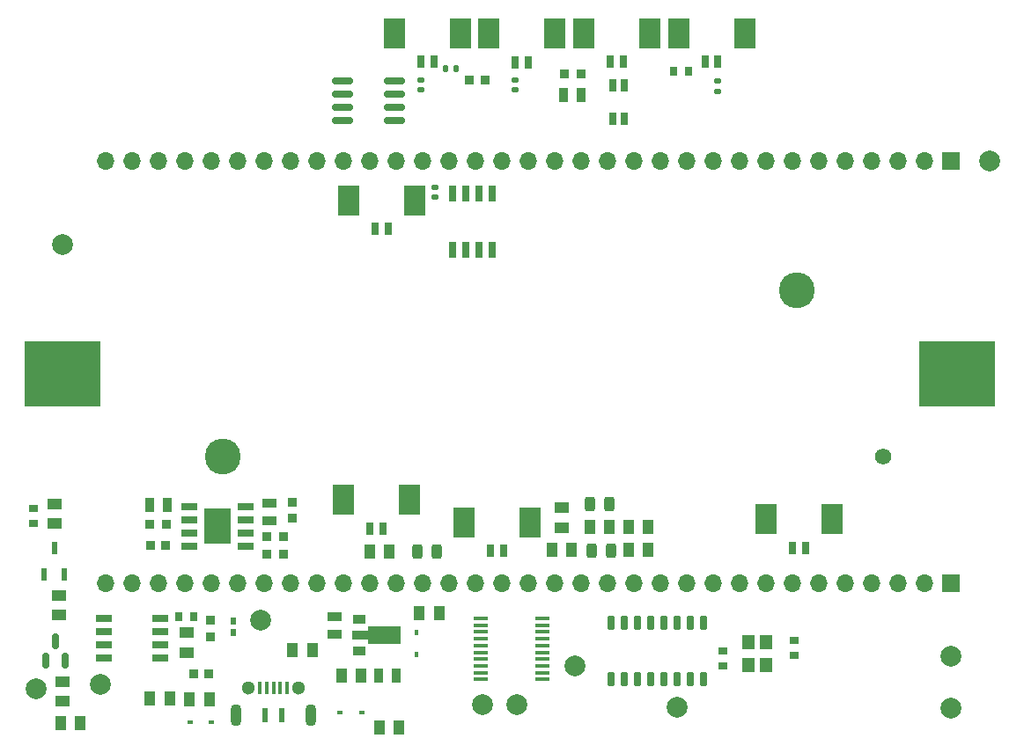
<source format=gbr>
%TF.GenerationSoftware,KiCad,Pcbnew,(6.0.2)*%
%TF.CreationDate,2022-04-11T22:24:11+02:00*%
%TF.ProjectId,main,6d61696e-2e6b-4696-9361-645f70636258,v0.02*%
%TF.SameCoordinates,Original*%
%TF.FileFunction,Soldermask,Top*%
%TF.FilePolarity,Negative*%
%FSLAX46Y46*%
G04 Gerber Fmt 4.6, Leading zero omitted, Abs format (unit mm)*
G04 Created by KiCad (PCBNEW (6.0.2)) date 2022-04-11 22:24:11*
%MOMM*%
%LPD*%
G01*
G04 APERTURE LIST*
G04 Aperture macros list*
%AMRoundRect*
0 Rectangle with rounded corners*
0 $1 Rounding radius*
0 $2 $3 $4 $5 $6 $7 $8 $9 X,Y pos of 4 corners*
0 Add a 4 corners polygon primitive as box body*
4,1,4,$2,$3,$4,$5,$6,$7,$8,$9,$2,$3,0*
0 Add four circle primitives for the rounded corners*
1,1,$1+$1,$2,$3*
1,1,$1+$1,$4,$5*
1,1,$1+$1,$6,$7*
1,1,$1+$1,$8,$9*
0 Add four rect primitives between the rounded corners*
20,1,$1+$1,$2,$3,$4,$5,0*
20,1,$1+$1,$4,$5,$6,$7,0*
20,1,$1+$1,$6,$7,$8,$9,0*
20,1,$1+$1,$8,$9,$2,$3,0*%
%AMFreePoly0*
4,1,9,3.862500,-0.866500,0.737500,-0.866500,0.737500,-0.450000,-0.737500,-0.450000,-0.737500,0.450000,0.737500,0.450000,0.737500,0.866500,3.862500,0.866500,3.862500,-0.866500,3.862500,-0.866500,$1*%
G04 Aperture macros list end*
%ADD10R,1.450000X1.000000*%
%ADD11R,0.400000X1.250000*%
%ADD12C,1.300000*%
%ADD13O,1.070000X2.140000*%
%ADD14R,0.600000X1.350000*%
%ADD15R,1.000000X1.450000*%
%ADD16R,0.940000X0.730000*%
%ADD17R,0.730000X0.940000*%
%ADD18C,2.000000*%
%ADD19R,0.800000X1.300000*%
%ADD20R,2.100000X3.000000*%
%ADD21R,0.900000X0.950000*%
%ADD22C,1.570000*%
%ADD23C,3.450000*%
%ADD24R,7.340000X6.350000*%
%ADD25RoundRect,0.140000X0.170000X-0.140000X0.170000X0.140000X-0.170000X0.140000X-0.170000X-0.140000X0*%
%ADD26RoundRect,0.150000X0.825000X0.150000X-0.825000X0.150000X-0.825000X-0.150000X0.825000X-0.150000X0*%
%ADD27RoundRect,0.049600X0.260400X-0.605400X0.260400X0.605400X-0.260400X0.605400X-0.260400X-0.605400X0*%
%ADD28R,0.600000X1.200000*%
%ADD29R,0.600000X0.750000*%
%ADD30R,0.970000X1.470000*%
%ADD31RoundRect,0.140000X-0.170000X0.140000X-0.170000X-0.140000X0.170000X-0.140000X0.170000X0.140000X0*%
%ADD32R,1.470000X0.970000*%
%ADD33RoundRect,0.140000X0.140000X0.170000X-0.140000X0.170000X-0.140000X-0.170000X0.140000X-0.170000X0*%
%ADD34R,1.525000X0.700000*%
%ADD35R,2.513000X3.402000*%
%ADD36R,0.650000X1.525000*%
%ADD37R,0.950000X0.900000*%
%ADD38R,1.475000X0.450000*%
%ADD39R,1.200000X1.400000*%
%ADD40RoundRect,0.243750X-0.243750X-0.456250X0.243750X-0.456250X0.243750X0.456250X-0.243750X0.456250X0*%
%ADD41R,0.600000X0.450000*%
%ADD42R,0.800000X1.200000*%
%ADD43R,0.450000X0.600000*%
%ADD44R,1.300000X0.900000*%
%ADD45FreePoly0,0.000000*%
%ADD46RoundRect,0.150000X0.150000X-0.587500X0.150000X0.587500X-0.150000X0.587500X-0.150000X-0.587500X0*%
%ADD47R,1.700000X1.700000*%
%ADD48O,1.700000X1.700000*%
G04 APERTURE END LIST*
D10*
%TO.C,R24*%
X141940000Y-119400000D03*
X141940000Y-117500000D03*
%TD*%
D11*
%TO.C,J5*%
X112970000Y-134825000D03*
X113620000Y-134825000D03*
X114270000Y-134825000D03*
X114920000Y-134825000D03*
X115570000Y-134825000D03*
D12*
X111845000Y-134800000D03*
X116695000Y-134800000D03*
D13*
X110670000Y-137450000D03*
X117870000Y-137450000D03*
D14*
X113470000Y-137475000D03*
X115070000Y-137475000D03*
%TD*%
D15*
%TO.C,R23*%
X144650000Y-119330000D03*
X146550000Y-119330000D03*
%TD*%
D16*
%TO.C,C5*%
X91150000Y-119000000D03*
X91150000Y-117580000D03*
%TD*%
D17*
%TO.C,C11*%
X152706000Y-75438000D03*
X154126000Y-75438000D03*
%TD*%
D18*
%TO.C,TP7*%
X91390000Y-134890000D03*
%TD*%
D19*
%TO.C,J11*%
X165435000Y-121349500D03*
X164185000Y-121349500D03*
D20*
X167985000Y-118599500D03*
X161635000Y-118599500D03*
%TD*%
D17*
%TO.C,C6*%
X106600000Y-127920000D03*
X105180000Y-127920000D03*
%TD*%
D15*
%TO.C,R7*%
X108070000Y-135890000D03*
X106170000Y-135890000D03*
%TD*%
D18*
%TO.C,TP2*%
X113030000Y-128270000D03*
%TD*%
D10*
%TO.C,R11*%
X93220000Y-119000000D03*
X93220000Y-117100000D03*
%TD*%
D21*
%TO.C,R18*%
X143820000Y-75760000D03*
X142220000Y-75760000D03*
%TD*%
D22*
%TO.C,BT1*%
X172905000Y-112550000D03*
D23*
X109375000Y-112550000D03*
X164575000Y-96550000D03*
D24*
X93975000Y-104550000D03*
X179975000Y-104550000D03*
%TD*%
D25*
%TO.C,C13*%
X129794000Y-87602000D03*
X129794000Y-86642000D03*
%TD*%
D15*
%TO.C,R6*%
X104290000Y-135860000D03*
X102390000Y-135860000D03*
%TD*%
D26*
%TO.C,U2*%
X125865000Y-80165000D03*
X125865000Y-78895000D03*
X125865000Y-77625000D03*
X125865000Y-76355000D03*
X120915000Y-76355000D03*
X120915000Y-77625000D03*
X120915000Y-78895000D03*
X120915000Y-80165000D03*
%TD*%
D27*
%TO.C,U4*%
X146715000Y-134010000D03*
X147985000Y-134010000D03*
X149255000Y-134010000D03*
X150525000Y-134010000D03*
X151795000Y-134010000D03*
X153065000Y-134010000D03*
X154335000Y-134010000D03*
X155605000Y-134010000D03*
X155605000Y-128510000D03*
X154335000Y-128510000D03*
X153065000Y-128510000D03*
X151795000Y-128510000D03*
X150525000Y-128510000D03*
X149255000Y-128510000D03*
X147985000Y-128510000D03*
X146715000Y-128510000D03*
%TD*%
D28*
%TO.C,Q2*%
X92220000Y-123880000D03*
X94120000Y-123880000D03*
X93170000Y-121380000D03*
%TD*%
D18*
%TO.C,TP9*%
X183134000Y-84074000D03*
%TD*%
D15*
%TO.C,R5*%
X118010000Y-131170000D03*
X116110000Y-131170000D03*
%TD*%
D19*
%TO.C,J9*%
X147865000Y-74549500D03*
X146615000Y-74549500D03*
D20*
X150415000Y-71799500D03*
X144065000Y-71799500D03*
%TD*%
D19*
%TO.C,J10*%
X125260000Y-90660000D03*
X124010000Y-90660000D03*
D20*
X127810000Y-87910000D03*
X121460000Y-87910000D03*
%TD*%
D29*
%TO.C,R15*%
X110370000Y-128360000D03*
X110370000Y-129460000D03*
%TD*%
D30*
%TO.C,C3*%
X124370000Y-133600000D03*
X126030000Y-133600000D03*
%TD*%
D31*
%TO.C,C9*%
X137470000Y-76310000D03*
X137470000Y-77270000D03*
%TD*%
D19*
%TO.C,J8*%
X138745000Y-74579500D03*
X137495000Y-74579500D03*
D20*
X141295000Y-71829500D03*
X134945000Y-71829500D03*
%TD*%
D32*
%TO.C,C2*%
X120130000Y-129640000D03*
X120130000Y-127980000D03*
%TD*%
D30*
%TO.C,C4*%
X104030000Y-117170000D03*
X102370000Y-117170000D03*
%TD*%
D18*
%TO.C,TP10*%
X143240000Y-132680000D03*
%TD*%
D33*
%TO.C,C12*%
X131798000Y-75184000D03*
X130838000Y-75184000D03*
%TD*%
D31*
%TO.C,C8*%
X157000000Y-76420000D03*
X157000000Y-77380000D03*
%TD*%
D21*
%TO.C,D1*%
X106550000Y-133420000D03*
X108050000Y-133420000D03*
%TD*%
D10*
%TO.C,R10*%
X93990000Y-136120000D03*
X93990000Y-134220000D03*
%TD*%
D15*
%TO.C,R19*%
X150300000Y-119340000D03*
X148400000Y-119340000D03*
%TD*%
D34*
%TO.C,IC1*%
X111612000Y-121155000D03*
X111612000Y-119885000D03*
X111612000Y-118615000D03*
X111612000Y-117345000D03*
X106188000Y-117345000D03*
X106188000Y-118615000D03*
X106188000Y-119885000D03*
X106188000Y-121155000D03*
D35*
X108900000Y-119250000D03*
%TD*%
D21*
%TO.C,R17*%
X133050000Y-76290000D03*
X134650000Y-76290000D03*
%TD*%
%TO.C,R9*%
X115240000Y-121960000D03*
X113640000Y-121960000D03*
%TD*%
D18*
%TO.C,TP6*%
X97620000Y-134460000D03*
%TD*%
D36*
%TO.C,IC3*%
X131445000Y-92628000D03*
X132715000Y-92628000D03*
X133985000Y-92628000D03*
X135255000Y-92628000D03*
X135255000Y-87204000D03*
X133985000Y-87204000D03*
X132715000Y-87204000D03*
X131445000Y-87204000D03*
%TD*%
D15*
%TO.C,R4*%
X126330000Y-138630000D03*
X124430000Y-138630000D03*
%TD*%
D37*
%TO.C,R14*%
X108180000Y-129870000D03*
X108180000Y-128270000D03*
%TD*%
D38*
%TO.C,IC4*%
X140098000Y-133989000D03*
X140098000Y-133339000D03*
X140098000Y-132689000D03*
X140098000Y-132039000D03*
X140098000Y-131389000D03*
X140098000Y-130739000D03*
X140098000Y-130089000D03*
X140098000Y-129439000D03*
X140098000Y-128789000D03*
X140098000Y-128139000D03*
X134222000Y-128139000D03*
X134222000Y-128789000D03*
X134222000Y-129439000D03*
X134222000Y-130089000D03*
X134222000Y-130739000D03*
X134222000Y-131389000D03*
X134222000Y-132039000D03*
X134222000Y-132689000D03*
X134222000Y-133339000D03*
X134222000Y-133989000D03*
%TD*%
D16*
%TO.C,C15*%
X157502000Y-131286000D03*
X157502000Y-132706000D03*
%TD*%
D15*
%TO.C,R20*%
X150280000Y-121540000D03*
X148380000Y-121540000D03*
%TD*%
D10*
%TO.C,R16*%
X105950000Y-129510000D03*
X105950000Y-131410000D03*
%TD*%
D37*
%TO.C,D6*%
X116100000Y-118450000D03*
X116100000Y-116950000D03*
%TD*%
D18*
%TO.C,TP8*%
X179410000Y-136740000D03*
%TD*%
D21*
%TO.C,R13*%
X113650000Y-120260000D03*
X115250000Y-120260000D03*
%TD*%
D19*
%TO.C,J13*%
X124785000Y-119459500D03*
X123535000Y-119459500D03*
D20*
X127335000Y-116709500D03*
X120985000Y-116709500D03*
%TD*%
D39*
%TO.C,Y1*%
X159954000Y-130380000D03*
X159954000Y-132580000D03*
X161654000Y-132580000D03*
X161654000Y-130380000D03*
%TD*%
D40*
%TO.C,D7*%
X144850000Y-121580000D03*
X146725000Y-121580000D03*
%TD*%
D21*
%TO.C,D5*%
X102400000Y-121140000D03*
X103900000Y-121140000D03*
%TD*%
D19*
%TO.C,J6*%
X156995000Y-74549500D03*
X155745000Y-74549500D03*
D20*
X159545000Y-71799500D03*
X153195000Y-71799500D03*
%TD*%
D18*
%TO.C,TP3*%
X134366000Y-136398000D03*
%TD*%
D15*
%TO.C,R3*%
X120780000Y-133630000D03*
X122680000Y-133630000D03*
%TD*%
D34*
%TO.C,IC2*%
X103382000Y-131905000D03*
X103382000Y-130635000D03*
X103382000Y-129365000D03*
X103382000Y-128095000D03*
X97958000Y-128095000D03*
X97958000Y-129365000D03*
X97958000Y-130635000D03*
X97958000Y-131905000D03*
%TD*%
D25*
%TO.C,C7*%
X128400000Y-77280000D03*
X128400000Y-76320000D03*
%TD*%
D10*
%TO.C,R12*%
X93620000Y-127790000D03*
X93620000Y-125890000D03*
%TD*%
D30*
%TO.C,C10*%
X143800000Y-77760000D03*
X142140000Y-77760000D03*
%TD*%
D40*
%TO.C,D8*%
X128094500Y-121666000D03*
X129969500Y-121666000D03*
%TD*%
D18*
%TO.C,TP11*%
X153060000Y-136650000D03*
%TD*%
D15*
%TO.C,R22*%
X123510000Y-121666000D03*
X125410000Y-121666000D03*
%TD*%
D41*
%TO.C,D3*%
X122720000Y-137220000D03*
X120620000Y-137220000D03*
%TD*%
D40*
%TO.C,D9*%
X144682500Y-117150000D03*
X146557500Y-117150000D03*
%TD*%
D16*
%TO.C,C14*%
X164360000Y-131690000D03*
X164360000Y-130270000D03*
%TD*%
D18*
%TO.C,TP1*%
X179410000Y-131760000D03*
%TD*%
D42*
%TO.C,U3*%
X146875000Y-76860000D03*
X148025000Y-76860000D03*
X148025000Y-80060000D03*
X146875000Y-80060000D03*
%TD*%
D43*
%TO.C,D2*%
X128010000Y-129520000D03*
X128010000Y-131620000D03*
%TD*%
D44*
%TO.C,U1*%
X122540000Y-128250000D03*
D45*
X122627500Y-129750000D03*
D44*
X122540000Y-131250000D03*
%TD*%
D41*
%TO.C,D4*%
X106220000Y-138150000D03*
X108320000Y-138150000D03*
%TD*%
D21*
%TO.C,R8*%
X102390000Y-119100000D03*
X103990000Y-119100000D03*
%TD*%
D19*
%TO.C,J7*%
X129685000Y-74549500D03*
X128435000Y-74549500D03*
D20*
X132235000Y-71799500D03*
X125885000Y-71799500D03*
%TD*%
D15*
%TO.C,R1*%
X128280000Y-127620000D03*
X130180000Y-127620000D03*
%TD*%
%TO.C,R21*%
X141040000Y-121550000D03*
X142940000Y-121550000D03*
%TD*%
D46*
%TO.C,Q1*%
X92320000Y-132227500D03*
X94220000Y-132227500D03*
X93270000Y-130352500D03*
%TD*%
D18*
%TO.C,TP5*%
X93960000Y-92160000D03*
%TD*%
D32*
%TO.C,C1*%
X113850000Y-117030000D03*
X113850000Y-118690000D03*
%TD*%
D18*
%TO.C,TP4*%
X137668000Y-136398000D03*
%TD*%
D15*
%TO.C,R2*%
X95692000Y-138176000D03*
X93792000Y-138176000D03*
%TD*%
D19*
%TO.C,J12*%
X136375000Y-121639500D03*
X135125000Y-121639500D03*
D20*
X138925000Y-118889500D03*
X132575000Y-118889500D03*
%TD*%
D47*
%TO.C,J2*%
X179400000Y-84100000D03*
D48*
X176860000Y-84100000D03*
X174320000Y-84100000D03*
X171780000Y-84100000D03*
X169240000Y-84100000D03*
X166700000Y-84100000D03*
X164160000Y-84100000D03*
X161620000Y-84100000D03*
X159080000Y-84100000D03*
X156540000Y-84100000D03*
X154000000Y-84100000D03*
X151460000Y-84100000D03*
X148920000Y-84100000D03*
X146380000Y-84100000D03*
X143840000Y-84100000D03*
X141300000Y-84100000D03*
X138760000Y-84100000D03*
X136220000Y-84100000D03*
X133680000Y-84100000D03*
X131140000Y-84100000D03*
X128600000Y-84100000D03*
X126060000Y-84100000D03*
X123520000Y-84100000D03*
X120980000Y-84100000D03*
X118440000Y-84100000D03*
X115900000Y-84100000D03*
X113360000Y-84100000D03*
X110820000Y-84100000D03*
X108280000Y-84100000D03*
X105740000Y-84100000D03*
X103200000Y-84100000D03*
X100660000Y-84100000D03*
X98120000Y-84100000D03*
%TD*%
D47*
%TO.C,J3*%
X179440000Y-124700000D03*
D48*
X176900000Y-124700000D03*
X174360000Y-124700000D03*
X171820000Y-124700000D03*
X169280000Y-124700000D03*
X166740000Y-124700000D03*
X164200000Y-124700000D03*
X161660000Y-124700000D03*
X159120000Y-124700000D03*
X156580000Y-124700000D03*
X154040000Y-124700000D03*
X151500000Y-124700000D03*
X148960000Y-124700000D03*
X146420000Y-124700000D03*
X143880000Y-124700000D03*
X141340000Y-124700000D03*
X138800000Y-124700000D03*
X136260000Y-124700000D03*
X133720000Y-124700000D03*
X131180000Y-124700000D03*
X128640000Y-124700000D03*
X126100000Y-124700000D03*
X123560000Y-124700000D03*
X121020000Y-124700000D03*
X118480000Y-124700000D03*
X115940000Y-124700000D03*
X113400000Y-124700000D03*
X110860000Y-124700000D03*
X108320000Y-124700000D03*
X105780000Y-124700000D03*
X103240000Y-124700000D03*
X100700000Y-124700000D03*
X98160000Y-124700000D03*
%TD*%
M02*

</source>
